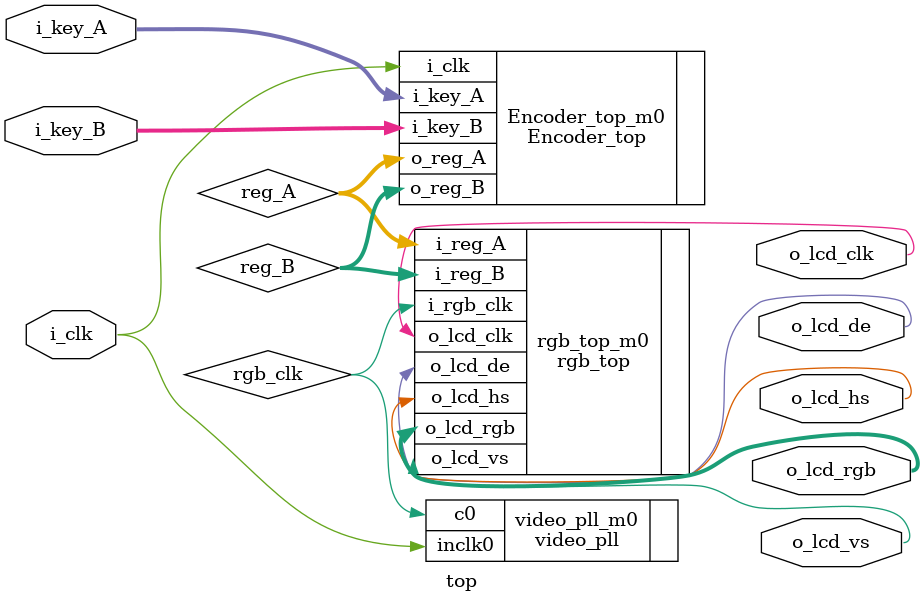
<source format=v>
module top (
	input 				i_clk,    // Clock

	input [2:0]         i_key_A, i_key_B, // Keys [1:0] A B [2] Enter
	
	output              o_lcd_clk,	
	output              o_lcd_hs,    //lcd horizontal synchronization
	output              o_lcd_vs,    //lcd vertical synchronization        
	output              o_lcd_de,    //lcd data enable     
	output 	  [23:0]    o_lcd_rgb
);
/********************************************************************************/
/**************************      KEY           **********************************/
/********************************************************************************/
wire     		[7:0]   reg_A, reg_B;
Encoder_top #(
	.CLK_FRE        (50_000_000     ) //50MHz
)Encoder_top_m0(
	.i_clk          (i_clk          ),
	.i_key_A        (i_key_A        ),
	.i_key_B        (i_key_B        ),
	.o_reg_A        (reg_A          ),
	.o_reg_B        (reg_B          )
);

/********************************************************************************/
/**************************     RGB_Display    **********************************/
/********************************************************************************/
wire rgb_clk;
video_pll video_pll_m0(
	.inclk0  	(i_clk 		),
	.c0 		(rgb_clk 	)
	);
	
rgb_top rgb_top_m0(
	.i_rgb_clk		(rgb_clk	),

	.i_reg_A		(reg_A		),
	.i_reg_B		(reg_B		),

	.o_lcd_clk		(o_lcd_clk	),
	.o_lcd_hs		(o_lcd_hs	),
	.o_lcd_vs		(o_lcd_vs	),
	.o_lcd_de		(o_lcd_de	),
	.o_lcd_rgb		(o_lcd_rgb	)
);


endmodule
</source>
